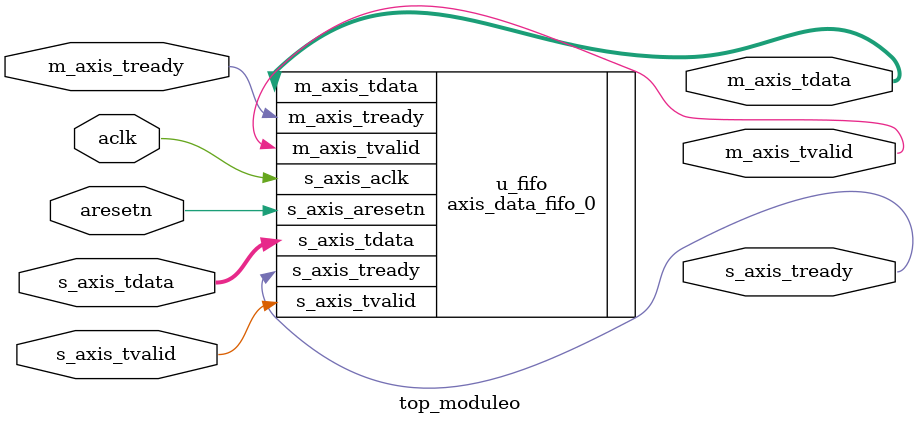
<source format=v>
module top_moduleo (
    input  wire        aclk,
    input  wire        aresetn,

    // AXI-Stream input (Source -> FIFO)
    input  wire [7:0]  s_axis_tdata,
    input  wire        s_axis_tvalid,
    output wire        s_axis_tready,

    // AXI-Stream output (FIFO -> Sink)
    output wire [7:0]  m_axis_tdata,
    output wire        m_axis_tvalid,
    input  wire        m_axis_tready,
);

  axis_data_fifo_0 u_fifo (
    .s_axis_aresetn(aresetn),
    .s_axis_aclk   (aclk),

    .s_axis_tvalid (s_axis_tvalid),
    .s_axis_tready (s_axis_tready),
    .s_axis_tdata  (s_axis_tdata),

    .m_axis_tvalid (m_axis_tvalid),
    .m_axis_tready (m_axis_tready),
    .m_axis_tdata  (m_axis_tdata)
  );

endmodule

</source>
